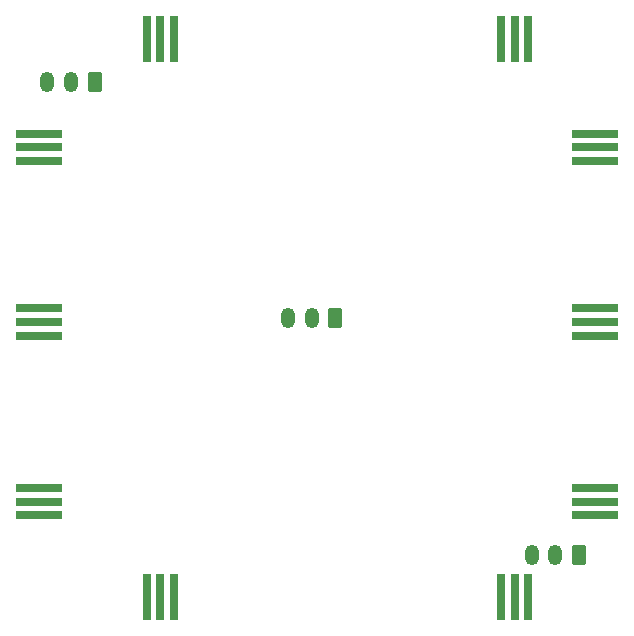
<source format=gbr>
%TF.GenerationSoftware,KiCad,Pcbnew,8.0.2*%
%TF.CreationDate,2024-07-01T22:54:51-05:00*%
%TF.ProjectId,pixel_grid,70697865-6c5f-4677-9269-642e6b696361,rev?*%
%TF.SameCoordinates,Original*%
%TF.FileFunction,Soldermask,Bot*%
%TF.FilePolarity,Negative*%
%FSLAX46Y46*%
G04 Gerber Fmt 4.6, Leading zero omitted, Abs format (unit mm)*
G04 Created by KiCad (PCBNEW 8.0.2) date 2024-07-01 22:54:51*
%MOMM*%
%LPD*%
G01*
G04 APERTURE LIST*
G04 Aperture macros list*
%AMRoundRect*
0 Rectangle with rounded corners*
0 $1 Rounding radius*
0 $2 $3 $4 $5 $6 $7 $8 $9 X,Y pos of 4 corners*
0 Add a 4 corners polygon primitive as box body*
4,1,4,$2,$3,$4,$5,$6,$7,$8,$9,$2,$3,0*
0 Add four circle primitives for the rounded corners*
1,1,$1+$1,$2,$3*
1,1,$1+$1,$4,$5*
1,1,$1+$1,$6,$7*
1,1,$1+$1,$8,$9*
0 Add four rect primitives between the rounded corners*
20,1,$1+$1,$2,$3,$4,$5,0*
20,1,$1+$1,$4,$5,$6,$7,0*
20,1,$1+$1,$6,$7,$8,$9,0*
20,1,$1+$1,$8,$9,$2,$3,0*%
G04 Aperture macros list end*
%ADD10R,0.800000X4.000000*%
%ADD11R,4.000000X0.800000*%
%ADD12RoundRect,0.250000X0.350000X0.625000X-0.350000X0.625000X-0.350000X-0.625000X0.350000X-0.625000X0*%
%ADD13O,1.200000X1.750000*%
G04 APERTURE END LIST*
D10*
%TO.C,J13*%
X58850000Y-66100000D03*
X60000000Y-66100000D03*
X61150000Y-66100000D03*
%TD*%
%TO.C,J12*%
X61150000Y-18800000D03*
X60000000Y-18800000D03*
X58850000Y-18800000D03*
%TD*%
%TO.C,J11*%
X28850000Y-66100000D03*
X30000000Y-66100000D03*
X31150000Y-66100000D03*
%TD*%
%TO.C,J10*%
X31150000Y-18800000D03*
X30000000Y-18800000D03*
X28850000Y-18800000D03*
%TD*%
D11*
%TO.C,J9*%
X66837500Y-59150000D03*
X66837500Y-58000000D03*
X66837500Y-56850000D03*
%TD*%
%TO.C,J8*%
X19700000Y-56850000D03*
X19700000Y-58000000D03*
X19700000Y-59150000D03*
%TD*%
%TO.C,J7*%
X66837500Y-29150000D03*
X66837500Y-28000000D03*
X66837500Y-26850000D03*
%TD*%
%TO.C,J6*%
X19700000Y-26850000D03*
X19700000Y-28000000D03*
X19700000Y-29150000D03*
%TD*%
%TO.C,J5*%
X66837500Y-43950000D03*
X66837500Y-42800000D03*
X66837500Y-41650000D03*
%TD*%
%TO.C,J4*%
X19700000Y-41650000D03*
X19700000Y-42800000D03*
X19700000Y-43950000D03*
%TD*%
D12*
%TO.C,J3*%
X44800000Y-42500000D03*
D13*
X42800000Y-42500000D03*
X40800000Y-42500000D03*
%TD*%
D12*
%TO.C,J2*%
X65425000Y-62500000D03*
D13*
X63425000Y-62500000D03*
X61425000Y-62500000D03*
%TD*%
D12*
%TO.C,J1*%
X24425000Y-22500000D03*
D13*
X22425000Y-22500000D03*
X20425000Y-22500000D03*
%TD*%
M02*

</source>
